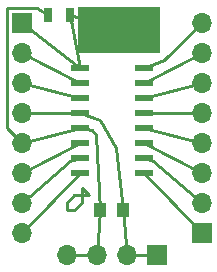
<source format=gtl>
G04 #@! TF.FileFunction,Copper,L1,Top,Signal*
%FSLAX46Y46*%
G04 Gerber Fmt 4.6, Leading zero omitted, Abs format (unit mm)*
G04 Created by KiCad (PCBNEW 4.0.7-e0-6372~58~ubuntu16.04.1) date Tue Sep 12 02:06:09 2017*
%MOMM*%
%LPD*%
G01*
G04 APERTURE LIST*
%ADD10C,0.100000*%
%ADD11R,1.000000X1.250000*%
%ADD12R,1.700000X1.700000*%
%ADD13O,1.700000X1.700000*%
%ADD14R,1.500000X0.600000*%
%ADD15R,7.000000X4.000000*%
%ADD16R,0.700000X1.300000*%
%ADD17C,0.250000*%
G04 APERTURE END LIST*
D10*
D11*
X148955000Y-112395000D03*
X146955000Y-112395000D03*
D12*
X140335000Y-96520000D03*
D13*
X140335000Y-99060000D03*
X140335000Y-101600000D03*
X140335000Y-104140000D03*
X140335000Y-106680000D03*
X140335000Y-109220000D03*
X140335000Y-111760000D03*
X140335000Y-114300000D03*
D12*
X155575000Y-114300000D03*
D13*
X155575000Y-111760000D03*
X155575000Y-109220000D03*
X155575000Y-106680000D03*
X155575000Y-104140000D03*
X155575000Y-101600000D03*
X155575000Y-99060000D03*
X155575000Y-96520000D03*
D14*
X145255000Y-100330000D03*
X145255000Y-101600000D03*
X145255000Y-102870000D03*
X145255000Y-104140000D03*
X145255000Y-105410000D03*
X145255000Y-106680000D03*
X145255000Y-107950000D03*
X145255000Y-109220000D03*
X150655000Y-109220000D03*
X150655000Y-107950000D03*
X150655000Y-106680000D03*
X150655000Y-105410000D03*
X150655000Y-104140000D03*
X150655000Y-102870000D03*
X150655000Y-101600000D03*
X150655000Y-100330000D03*
D15*
X148590000Y-97155000D03*
D12*
X151765000Y-116205000D03*
D13*
X149225000Y-116205000D03*
X146685000Y-116205000D03*
X144145000Y-116205000D03*
D16*
X144460000Y-95885000D03*
X142560000Y-95885000D03*
D17*
X144145000Y-112395000D02*
X144145000Y-111760000D01*
X144145000Y-111760000D02*
X144780000Y-111125000D01*
X144780000Y-111125000D02*
X145415000Y-111125000D01*
X145415000Y-111125000D02*
X145415000Y-110490000D01*
X145415000Y-110490000D02*
X146050000Y-111125000D01*
X146050000Y-111125000D02*
X145415000Y-111125000D01*
X145415000Y-111125000D02*
X145415000Y-111760000D01*
X145415000Y-111760000D02*
X144780000Y-112395000D01*
X144780000Y-112395000D02*
X144145000Y-112395000D01*
X144460000Y-95885000D02*
X148590000Y-97155000D01*
X144460000Y-95885000D02*
X145255000Y-100330000D01*
X145255000Y-100330000D02*
X140335000Y-96520000D01*
X140335000Y-99060000D02*
X145255000Y-101600000D01*
X145255000Y-102870000D02*
X140335000Y-101600000D01*
X140335000Y-109220000D02*
X145255000Y-106680000D01*
X140335000Y-111760000D02*
X144420000Y-108240000D01*
X144420000Y-108240000D02*
X145255000Y-107950000D01*
X145255000Y-109220000D02*
X140335000Y-114300000D01*
X150655000Y-109220000D02*
X155575000Y-114300000D01*
X155575000Y-111760000D02*
X151420000Y-108180000D01*
X151420000Y-108180000D02*
X150655000Y-107950000D01*
X150655000Y-106680000D02*
X155575000Y-109220000D01*
X150655000Y-105410000D02*
X155575000Y-106680000D01*
X155575000Y-104140000D02*
X150655000Y-104140000D01*
X150655000Y-102870000D02*
X155575000Y-101600000D01*
X150655000Y-101600000D02*
X155575000Y-99060000D01*
X150655000Y-100330000D02*
X152400000Y-99695000D01*
X152400000Y-99695000D02*
X155575000Y-96520000D01*
X149225000Y-116205000D02*
X151765000Y-116205000D01*
X149225000Y-116205000D02*
X148955000Y-112395000D01*
X140335000Y-104140000D02*
X145255000Y-104140000D01*
X145255000Y-104140000D02*
X146940000Y-104750000D01*
X146940000Y-104750000D02*
X148330000Y-107070000D01*
X148330000Y-107070000D02*
X148955000Y-112395000D01*
X142560000Y-95885000D02*
X141605000Y-95250000D01*
X141605000Y-95250000D02*
X139065000Y-95250000D01*
X139065000Y-95250000D02*
X139065000Y-105410000D01*
X139065000Y-105410000D02*
X140335000Y-106680000D01*
X146685000Y-116205000D02*
X146955000Y-112395000D01*
X144145000Y-116205000D02*
X146685000Y-116205000D01*
X140335000Y-106680000D02*
X145255000Y-105410000D01*
X146955000Y-112395000D02*
X146630000Y-106000000D01*
X146630000Y-106000000D02*
X146290000Y-105590000D01*
X146290000Y-105590000D02*
X145255000Y-105410000D01*
M02*

</source>
